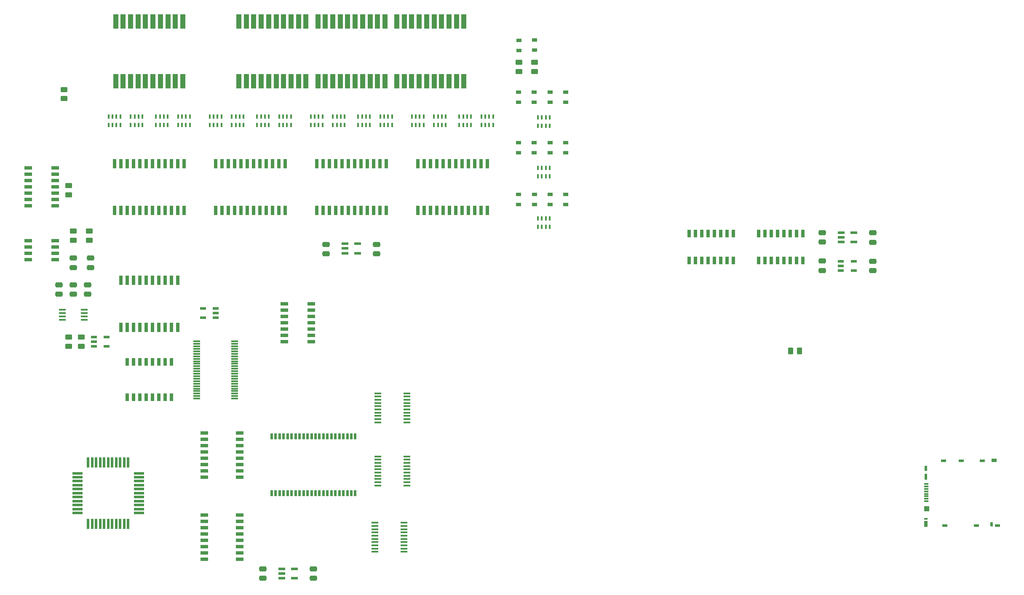
<source format=gbr>
%TF.GenerationSoftware,KiCad,Pcbnew,(6.0.5)*%
%TF.CreationDate,2023-06-11T10:01:27+02:00*%
%TF.ProjectId,Pico Debugger,5069636f-2044-4656-9275-676765722e6b,rev?*%
%TF.SameCoordinates,Original*%
%TF.FileFunction,Paste,Top*%
%TF.FilePolarity,Positive*%
%FSLAX46Y46*%
G04 Gerber Fmt 4.6, Leading zero omitted, Abs format (unit mm)*
G04 Created by KiCad (PCBNEW (6.0.5)) date 2023-06-11 10:01:27*
%MOMM*%
%LPD*%
G01*
G04 APERTURE LIST*
G04 Aperture macros list*
%AMRoundRect*
0 Rectangle with rounded corners*
0 $1 Rounding radius*
0 $2 $3 $4 $5 $6 $7 $8 $9 X,Y pos of 4 corners*
0 Add a 4 corners polygon primitive as box body*
4,1,4,$2,$3,$4,$5,$6,$7,$8,$9,$2,$3,0*
0 Add four circle primitives for the rounded corners*
1,1,$1+$1,$2,$3*
1,1,$1+$1,$4,$5*
1,1,$1+$1,$6,$7*
1,1,$1+$1,$8,$9*
0 Add four rect primitives between the rounded corners*
20,1,$1+$1,$2,$3,$4,$5,0*
20,1,$1+$1,$4,$5,$6,$7,0*
20,1,$1+$1,$6,$7,$8,$9,0*
20,1,$1+$1,$8,$9,$2,$3,0*%
G04 Aperture macros list end*
%ADD10R,0.425000X0.900000*%
%ADD11R,1.425000X0.300000*%
%ADD12R,0.650000X1.950000*%
%ADD13R,1.000000X0.800000*%
%ADD14R,1.000000X3.000000*%
%ADD15R,1.550000X0.650000*%
%ADD16RoundRect,0.250000X-0.475000X0.250000X-0.475000X-0.250000X0.475000X-0.250000X0.475000X0.250000X0*%
%ADD17RoundRect,0.250000X0.262500X0.450000X-0.262500X0.450000X-0.262500X-0.450000X0.262500X-0.450000X0*%
%ADD18R,1.400000X0.600000*%
%ADD19RoundRect,0.250000X-0.450000X0.262500X-0.450000X-0.262500X0.450000X-0.262500X0.450000X0.262500X0*%
%ADD20R,1.250000X0.600000*%
%ADD21R,0.650000X1.550000*%
%ADD22RoundRect,0.250000X0.450000X-0.262500X0.450000X0.262500X-0.450000X0.262500X-0.450000X-0.262500X0*%
%ADD23R,0.650000X1.925000*%
%ADD24R,1.150000X0.600000*%
%ADD25RoundRect,0.250000X0.475000X-0.250000X0.475000X0.250000X-0.475000X0.250000X-0.475000X-0.250000X0*%
%ADD26RoundRect,0.137500X0.912500X-0.137500X0.912500X0.137500X-0.912500X0.137500X-0.912500X-0.137500X0*%
%ADD27RoundRect,0.137500X0.137500X-0.912500X0.137500X0.912500X-0.137500X0.912500X-0.137500X-0.912500X0*%
%ADD28R,1.475000X0.450000*%
%ADD29R,1.425000X0.450000*%
%ADD30R,0.850000X0.300000*%
%ADD31R,1.000000X1.000000*%
%ADD32R,0.650000X0.450000*%
%ADD33R,0.650000X1.150000*%
%ADD34R,1.000000X0.500000*%
%ADD35R,0.500000X0.850000*%
%ADD36R,1.000000X0.700000*%
%ADD37R,0.600000X1.000000*%
%ADD38R,0.600000X1.200000*%
%ADD39R,0.600000X1.295000*%
G04 APERTURE END LIST*
D10*
%TO.C,RN4*%
X61665000Y-68160000D03*
X62465000Y-68160000D03*
X63265000Y-68160000D03*
X64065000Y-68160000D03*
X64065000Y-66460000D03*
X63265000Y-66460000D03*
X62465000Y-66460000D03*
X61665000Y-66460000D03*
%TD*%
D11*
%TO.C,IC5*%
X79373000Y-111725000D03*
X79373000Y-112225000D03*
X79373000Y-112725000D03*
X79373000Y-113225000D03*
X79373000Y-113725000D03*
X79373000Y-114225000D03*
X79373000Y-114725000D03*
X79373000Y-115225000D03*
X79373000Y-115725000D03*
X79373000Y-116225000D03*
X79373000Y-116725000D03*
X79373000Y-117225000D03*
X79373000Y-117725000D03*
X79373000Y-118225000D03*
X79373000Y-118725000D03*
X79373000Y-119225000D03*
X79373000Y-119725000D03*
X79373000Y-120225000D03*
X79373000Y-120725000D03*
X79373000Y-121225000D03*
X79373000Y-121725000D03*
X79373000Y-122225000D03*
X79373000Y-122725000D03*
X79373000Y-123225000D03*
X86997000Y-123225000D03*
X86997000Y-122725000D03*
X86997000Y-122225000D03*
X86997000Y-121725000D03*
X86997000Y-121225000D03*
X86997000Y-120725000D03*
X86997000Y-120225000D03*
X86997000Y-119725000D03*
X86997000Y-119225000D03*
X86997000Y-118725000D03*
X86997000Y-118225000D03*
X86997000Y-117725000D03*
X86997000Y-117225000D03*
X86997000Y-116725000D03*
X86997000Y-116225000D03*
X86997000Y-115725000D03*
X86997000Y-115225000D03*
X86997000Y-114725000D03*
X86997000Y-114225000D03*
X86997000Y-113725000D03*
X86997000Y-113225000D03*
X86997000Y-112725000D03*
X86997000Y-112225000D03*
X86997000Y-111725000D03*
%TD*%
D12*
%TO.C,IC12*%
X64135000Y-108865000D03*
X65405000Y-108865000D03*
X66675000Y-108865000D03*
X67945000Y-108865000D03*
X69215000Y-108865000D03*
X70485000Y-108865000D03*
X71755000Y-108865000D03*
X73025000Y-108865000D03*
X74295000Y-108865000D03*
X75565000Y-108865000D03*
X75565000Y-99415000D03*
X74295000Y-99415000D03*
X73025000Y-99415000D03*
X71755000Y-99415000D03*
X70485000Y-99415000D03*
X69215000Y-99415000D03*
X67945000Y-99415000D03*
X66675000Y-99415000D03*
X65405000Y-99415000D03*
X64135000Y-99415000D03*
%TD*%
D13*
%TO.C,LED5*%
X147250000Y-71755000D03*
X147250000Y-73755000D03*
%TD*%
D10*
%TO.C,RN11*%
X114230000Y-66460000D03*
X113430000Y-66460000D03*
X112630000Y-66460000D03*
X111830000Y-66460000D03*
X111830000Y-68160000D03*
X112630000Y-68160000D03*
X113430000Y-68160000D03*
X114230000Y-68160000D03*
%TD*%
D13*
%TO.C,LED10*%
X150425000Y-61595000D03*
X150425000Y-63595000D03*
%TD*%
D14*
%TO.C,DS3*%
X103740000Y-59340000D03*
X105240000Y-59340000D03*
X106740000Y-59340000D03*
X108240000Y-59340000D03*
X109740000Y-59340000D03*
X111240000Y-59340000D03*
X112740000Y-59340000D03*
X114240000Y-59340000D03*
X115740000Y-59340000D03*
X117240000Y-59340000D03*
X117240000Y-47340000D03*
X115740000Y-47340000D03*
X114240000Y-47340000D03*
X112740000Y-47340000D03*
X111240000Y-47340000D03*
X109740000Y-47340000D03*
X108240000Y-47340000D03*
X106740000Y-47340000D03*
X105240000Y-47340000D03*
X103740000Y-47340000D03*
%TD*%
D10*
%TO.C,RN8*%
X102305000Y-68160000D03*
X103105000Y-68160000D03*
X103905000Y-68160000D03*
X104705000Y-68160000D03*
X104705000Y-66460000D03*
X103905000Y-66460000D03*
X103105000Y-66460000D03*
X102305000Y-66460000D03*
%TD*%
D13*
%TO.C,LED11*%
X153600000Y-61595000D03*
X153600000Y-63595000D03*
%TD*%
D15*
%TO.C,IC10*%
X45535000Y-91440000D03*
X45535000Y-92710000D03*
X45535000Y-93980000D03*
X45535000Y-95250000D03*
X50985000Y-95250000D03*
X50985000Y-93980000D03*
X50985000Y-92710000D03*
X50985000Y-91440000D03*
%TD*%
D16*
%TO.C,C4*%
X215265000Y-95586000D03*
X215265000Y-97486000D03*
%TD*%
D14*
%TO.C,DS2*%
X63100000Y-59340000D03*
X64600000Y-59340000D03*
X66100000Y-59340000D03*
X67600000Y-59340000D03*
X69100000Y-59340000D03*
X70600000Y-59340000D03*
X72100000Y-59340000D03*
X73600000Y-59340000D03*
X75100000Y-59340000D03*
X76600000Y-59340000D03*
X76600000Y-47340000D03*
X75100000Y-47340000D03*
X73600000Y-47340000D03*
X72100000Y-47340000D03*
X70600000Y-47340000D03*
X69100000Y-47340000D03*
X67600000Y-47340000D03*
X66100000Y-47340000D03*
X64600000Y-47340000D03*
X63100000Y-47340000D03*
%TD*%
D17*
%TO.C,R3*%
X200580000Y-113665000D03*
X198755000Y-113665000D03*
%TD*%
D15*
%TO.C,IC15*%
X45535000Y-76835000D03*
X45535000Y-78105000D03*
X45535000Y-79375000D03*
X45535000Y-80645000D03*
X45535000Y-81915000D03*
X45535000Y-83185000D03*
X45535000Y-84455000D03*
X50985000Y-84455000D03*
X50985000Y-83185000D03*
X50985000Y-81915000D03*
X50985000Y-80645000D03*
X50985000Y-79375000D03*
X50985000Y-78105000D03*
X50985000Y-76835000D03*
%TD*%
D18*
%TO.C,IC1*%
X208935000Y-89855000D03*
X208935000Y-90805000D03*
X208935000Y-91755000D03*
X211435000Y-91755000D03*
X211435000Y-89855000D03*
%TD*%
D15*
%TO.C,RN2*%
X80907000Y-130175000D03*
X80907000Y-131445000D03*
X80907000Y-132715000D03*
X80907000Y-133985000D03*
X80907000Y-135255000D03*
X80907000Y-136525000D03*
X80907000Y-137795000D03*
X80907000Y-139065000D03*
X88003000Y-139065000D03*
X88003000Y-137795000D03*
X88003000Y-136525000D03*
X88003000Y-135255000D03*
X88003000Y-133985000D03*
X88003000Y-132715000D03*
X88003000Y-131445000D03*
X88003000Y-130175000D03*
%TD*%
D18*
%TO.C,IC22*%
X96540000Y-157482500D03*
X96540000Y-158432500D03*
X96540000Y-159382500D03*
X99040000Y-159382500D03*
X99040000Y-157482500D03*
%TD*%
D19*
%TO.C,R5*%
X54620000Y-89535000D03*
X54620000Y-91360000D03*
%TD*%
D13*
%TO.C,LED9*%
X147250000Y-61595000D03*
X147250000Y-63595000D03*
%TD*%
D16*
%TO.C,C7*%
X54610000Y-94951000D03*
X54610000Y-96851000D03*
%TD*%
D20*
%TO.C,IC11*%
X83165000Y-106995000D03*
X83165000Y-106045000D03*
X83165000Y-105095000D03*
X80665000Y-105095000D03*
X80665000Y-106995000D03*
%TD*%
D21*
%TO.C,RN1*%
X74295000Y-115832000D03*
X73025000Y-115832000D03*
X71755000Y-115832000D03*
X70485000Y-115832000D03*
X69215000Y-115832000D03*
X67945000Y-115832000D03*
X66675000Y-115832000D03*
X65405000Y-115832000D03*
X65405000Y-122928000D03*
X66675000Y-122928000D03*
X67945000Y-122928000D03*
X69215000Y-122928000D03*
X70485000Y-122928000D03*
X71755000Y-122928000D03*
X73025000Y-122928000D03*
X74295000Y-122928000D03*
%TD*%
D22*
%TO.C,R2*%
X52695000Y-62865000D03*
X52695000Y-61040000D03*
%TD*%
D13*
%TO.C,LED13*%
X147320000Y-82185000D03*
X147320000Y-84185000D03*
%TD*%
D10*
%TO.C,RN10*%
X118675000Y-66460000D03*
X117875000Y-66460000D03*
X117075000Y-66460000D03*
X116275000Y-66460000D03*
X116275000Y-68160000D03*
X117075000Y-68160000D03*
X117875000Y-68160000D03*
X118675000Y-68160000D03*
%TD*%
%TO.C,RN22*%
X147955000Y-88695000D03*
X148755000Y-88695000D03*
X149555000Y-88695000D03*
X150355000Y-88695000D03*
X150355000Y-86995000D03*
X149555000Y-86995000D03*
X148755000Y-86995000D03*
X147955000Y-86995000D03*
%TD*%
D13*
%TO.C,LED3*%
X147320000Y-51070000D03*
X147320000Y-53070000D03*
%TD*%
%TO.C,LED2*%
X144145000Y-51163000D03*
X144145000Y-53163000D03*
%TD*%
D16*
%TO.C,C8*%
X58102500Y-94951000D03*
X58102500Y-96851000D03*
%TD*%
D22*
%TO.C,R7*%
X144135000Y-57427500D03*
X144135000Y-55602500D03*
%TD*%
D16*
%TO.C,C46*%
X115570000Y-92214500D03*
X115570000Y-94114500D03*
%TD*%
D13*
%TO.C,LED4*%
X144075000Y-71755000D03*
X144075000Y-73755000D03*
%TD*%
D18*
%TO.C,IC23*%
X109240000Y-92077500D03*
X109240000Y-93027500D03*
X109240000Y-93977500D03*
X111740000Y-93977500D03*
X111740000Y-92077500D03*
%TD*%
D14*
%TO.C,DS5*%
X87865000Y-59340000D03*
X89365000Y-59340000D03*
X90865000Y-59340000D03*
X92365000Y-59340000D03*
X93865000Y-59340000D03*
X95365000Y-59340000D03*
X96865000Y-59340000D03*
X98365000Y-59340000D03*
X99865000Y-59340000D03*
X101365000Y-59340000D03*
X101365000Y-47340000D03*
X99865000Y-47340000D03*
X98365000Y-47340000D03*
X96865000Y-47340000D03*
X95365000Y-47340000D03*
X93865000Y-47340000D03*
X92365000Y-47340000D03*
X90865000Y-47340000D03*
X89365000Y-47340000D03*
X87865000Y-47340000D03*
%TD*%
D10*
%TO.C,RN20*%
X147955000Y-78535000D03*
X148755000Y-78535000D03*
X149555000Y-78535000D03*
X150355000Y-78535000D03*
X150355000Y-76835000D03*
X149555000Y-76835000D03*
X148755000Y-76835000D03*
X147955000Y-76835000D03*
%TD*%
D23*
%TO.C,IC21*%
X83185000Y-85357000D03*
X84455000Y-85357000D03*
X85725000Y-85357000D03*
X86995000Y-85357000D03*
X88265000Y-85357000D03*
X89535000Y-85357000D03*
X90805000Y-85357000D03*
X92075000Y-85357000D03*
X93345000Y-85357000D03*
X94615000Y-85357000D03*
X95885000Y-85357000D03*
X97155000Y-85357000D03*
X97155000Y-75933000D03*
X95885000Y-75933000D03*
X94615000Y-75933000D03*
X93345000Y-75933000D03*
X92075000Y-75933000D03*
X90805000Y-75933000D03*
X89535000Y-75933000D03*
X88265000Y-75933000D03*
X86995000Y-75933000D03*
X85725000Y-75933000D03*
X84455000Y-75933000D03*
X83185000Y-75933000D03*
%TD*%
D24*
%TO.C,IC2*%
X208885000Y-95570000D03*
X208885000Y-96520000D03*
X208885000Y-97470000D03*
X211485000Y-97470000D03*
X211485000Y-95570000D03*
%TD*%
D13*
%TO.C,LED6*%
X150425000Y-71755000D03*
X150425000Y-73755000D03*
%TD*%
D25*
%TO.C,C20*%
X54610000Y-102216500D03*
X54610000Y-100316500D03*
%TD*%
D21*
%TO.C,IC3*%
X192365000Y-95435000D03*
X193635000Y-95435000D03*
X194905000Y-95435000D03*
X196175000Y-95435000D03*
X197445000Y-95435000D03*
X198715000Y-95435000D03*
X199985000Y-95435000D03*
X201255000Y-95435000D03*
X201255000Y-89985000D03*
X199985000Y-89985000D03*
X198715000Y-89985000D03*
X197445000Y-89985000D03*
X196175000Y-89985000D03*
X194905000Y-89985000D03*
X193635000Y-89985000D03*
X192365000Y-89985000D03*
%TD*%
D23*
%TO.C,IC19*%
X103505000Y-85357000D03*
X104775000Y-85357000D03*
X106045000Y-85357000D03*
X107315000Y-85357000D03*
X108585000Y-85357000D03*
X109855000Y-85357000D03*
X111125000Y-85357000D03*
X112395000Y-85357000D03*
X113665000Y-85357000D03*
X114935000Y-85357000D03*
X116205000Y-85357000D03*
X117475000Y-85357000D03*
X117475000Y-75933000D03*
X116205000Y-75933000D03*
X114935000Y-75933000D03*
X113665000Y-75933000D03*
X112395000Y-75933000D03*
X111125000Y-75933000D03*
X109855000Y-75933000D03*
X108585000Y-75933000D03*
X107315000Y-75933000D03*
X106045000Y-75933000D03*
X104775000Y-75933000D03*
X103505000Y-75933000D03*
%TD*%
D22*
%TO.C,R4*%
X57775000Y-91360000D03*
X57775000Y-89535000D03*
%TD*%
D13*
%TO.C,LED12*%
X144075000Y-82185000D03*
X144075000Y-84185000D03*
%TD*%
D25*
%TO.C,C43*%
X92710000Y-159366500D03*
X92710000Y-157466500D03*
%TD*%
D19*
%TO.C,R12*%
X53667500Y-110847500D03*
X53667500Y-112672500D03*
%TD*%
D15*
%TO.C,RN3*%
X80907000Y-146685000D03*
X80907000Y-147955000D03*
X80907000Y-149225000D03*
X80907000Y-150495000D03*
X80907000Y-151765000D03*
X80907000Y-153035000D03*
X80907000Y-154305000D03*
X80907000Y-155575000D03*
X88003000Y-155575000D03*
X88003000Y-154305000D03*
X88003000Y-153035000D03*
X88003000Y-151765000D03*
X88003000Y-150495000D03*
X88003000Y-149225000D03*
X88003000Y-147955000D03*
X88003000Y-146685000D03*
%TD*%
D10*
%TO.C,RN9*%
X106750000Y-68160000D03*
X107550000Y-68160000D03*
X108350000Y-68160000D03*
X109150000Y-68160000D03*
X109150000Y-66460000D03*
X108350000Y-66460000D03*
X107550000Y-66460000D03*
X106750000Y-66460000D03*
%TD*%
%TO.C,RN18*%
X98355000Y-66460000D03*
X97555000Y-66460000D03*
X96755000Y-66460000D03*
X95955000Y-66460000D03*
X95955000Y-68160000D03*
X96755000Y-68160000D03*
X97555000Y-68160000D03*
X98355000Y-68160000D03*
%TD*%
D26*
%TO.C,IC7*%
X55395000Y-142240000D03*
X55395000Y-143040000D03*
X55395000Y-143840000D03*
X55395000Y-144640000D03*
X55395000Y-145440000D03*
X55395000Y-146240000D03*
D27*
X57595000Y-148440000D03*
X58395000Y-148440000D03*
X59195000Y-148440000D03*
X59995000Y-148440000D03*
X60795000Y-148440000D03*
X61595000Y-148440000D03*
X62395000Y-148440000D03*
X63195000Y-148440000D03*
X63995000Y-148440000D03*
X64795000Y-148440000D03*
X65595000Y-148440000D03*
D26*
X67795000Y-146240000D03*
X67795000Y-145440000D03*
X67795000Y-144640000D03*
X67795000Y-143840000D03*
X67795000Y-143040000D03*
X67795000Y-142240000D03*
X67795000Y-141440000D03*
X67795000Y-140640000D03*
X67795000Y-139840000D03*
X67795000Y-139040000D03*
X67795000Y-138240000D03*
D27*
X65595000Y-136040000D03*
X64795000Y-136040000D03*
X63995000Y-136040000D03*
X63195000Y-136040000D03*
X62395000Y-136040000D03*
X61595000Y-136040000D03*
X60795000Y-136040000D03*
X59995000Y-136040000D03*
X59195000Y-136040000D03*
X58395000Y-136040000D03*
X57595000Y-136040000D03*
D26*
X55395000Y-138240000D03*
X55395000Y-139040000D03*
X55395000Y-139840000D03*
X55395000Y-140640000D03*
X55395000Y-141440000D03*
%TD*%
D22*
%TO.C,R1*%
X53647500Y-82192500D03*
X53647500Y-80367500D03*
%TD*%
%TO.C,R8*%
X147310000Y-57427500D03*
X147310000Y-55602500D03*
%TD*%
D10*
%TO.C,RN16*%
X81985000Y-68160000D03*
X82785000Y-68160000D03*
X83585000Y-68160000D03*
X84385000Y-68160000D03*
X84385000Y-66460000D03*
X83585000Y-66460000D03*
X82785000Y-66460000D03*
X81985000Y-66460000D03*
%TD*%
%TO.C,RN21*%
X147955000Y-68375000D03*
X148755000Y-68375000D03*
X149555000Y-68375000D03*
X150355000Y-68375000D03*
X150355000Y-66675000D03*
X149555000Y-66675000D03*
X148755000Y-66675000D03*
X147955000Y-66675000D03*
%TD*%
D28*
%TO.C,IC9*%
X121683000Y-128020000D03*
X121683000Y-127370000D03*
X121683000Y-126720000D03*
X121683000Y-126070000D03*
X121683000Y-125420000D03*
X121683000Y-124770000D03*
X121683000Y-124120000D03*
X121683000Y-123470000D03*
X121683000Y-122820000D03*
X121683000Y-122170000D03*
X115807000Y-122170000D03*
X115807000Y-122820000D03*
X115807000Y-123470000D03*
X115807000Y-124120000D03*
X115807000Y-124770000D03*
X115807000Y-125420000D03*
X115807000Y-126070000D03*
X115807000Y-126720000D03*
X115807000Y-127370000D03*
X115807000Y-128020000D03*
%TD*%
D10*
%TO.C,RN15*%
X134550000Y-66460000D03*
X133750000Y-66460000D03*
X132950000Y-66460000D03*
X132150000Y-66460000D03*
X132150000Y-68160000D03*
X132950000Y-68160000D03*
X133750000Y-68160000D03*
X134550000Y-68160000D03*
%TD*%
D29*
%TO.C,IC16*%
X52398000Y-105387500D03*
X52398000Y-106037500D03*
X52398000Y-106687500D03*
X52398000Y-107337500D03*
X56822000Y-107337500D03*
X56822000Y-106687500D03*
X56822000Y-106037500D03*
X56822000Y-105387500D03*
%TD*%
D25*
%TO.C,C44*%
X105410000Y-94082500D03*
X105410000Y-92182500D03*
%TD*%
%TO.C,C41*%
X51752500Y-102216500D03*
X51752500Y-100316500D03*
%TD*%
D10*
%TO.C,RN13*%
X127070000Y-68160000D03*
X127870000Y-68160000D03*
X128670000Y-68160000D03*
X129470000Y-68160000D03*
X129470000Y-66460000D03*
X128670000Y-66460000D03*
X127870000Y-66460000D03*
X127070000Y-66460000D03*
%TD*%
%TO.C,RN17*%
X86430000Y-68160000D03*
X87230000Y-68160000D03*
X88030000Y-68160000D03*
X88830000Y-68160000D03*
X88830000Y-66460000D03*
X88030000Y-66460000D03*
X87230000Y-66460000D03*
X86430000Y-66460000D03*
%TD*%
D28*
%TO.C,IC8*%
X121048000Y-154055000D03*
X121048000Y-153405000D03*
X121048000Y-152755000D03*
X121048000Y-152105000D03*
X121048000Y-151455000D03*
X121048000Y-150805000D03*
X121048000Y-150155000D03*
X121048000Y-149505000D03*
X121048000Y-148855000D03*
X121048000Y-148205000D03*
X115172000Y-148205000D03*
X115172000Y-148855000D03*
X115172000Y-149505000D03*
X115172000Y-150155000D03*
X115172000Y-150805000D03*
X115172000Y-151455000D03*
X115172000Y-152105000D03*
X115172000Y-152755000D03*
X115172000Y-153405000D03*
X115172000Y-154055000D03*
%TD*%
D10*
%TO.C,RN19*%
X93910000Y-66460000D03*
X93110000Y-66460000D03*
X92310000Y-66460000D03*
X91510000Y-66460000D03*
X91510000Y-68160000D03*
X92310000Y-68160000D03*
X93110000Y-68160000D03*
X93910000Y-68160000D03*
%TD*%
D20*
%TO.C,IC17*%
X58757500Y-110810000D03*
X58757500Y-111760000D03*
X58757500Y-112710000D03*
X61257500Y-112710000D03*
X61257500Y-110810000D03*
%TD*%
D13*
%TO.C,LED15*%
X153600000Y-82185000D03*
X153600000Y-84185000D03*
%TD*%
%TO.C,LED7*%
X153600000Y-71755000D03*
X153600000Y-73755000D03*
%TD*%
%TO.C,LED8*%
X144075000Y-61595000D03*
X144075000Y-63595000D03*
%TD*%
D10*
%TO.C,RN12*%
X122625000Y-68160000D03*
X123425000Y-68160000D03*
X124225000Y-68160000D03*
X125025000Y-68160000D03*
X125025000Y-66460000D03*
X124225000Y-66460000D03*
X123425000Y-66460000D03*
X122625000Y-66460000D03*
%TD*%
%TO.C,RN5*%
X66115000Y-68160000D03*
X66915000Y-68160000D03*
X67715000Y-68160000D03*
X68515000Y-68160000D03*
X68515000Y-66460000D03*
X67715000Y-66460000D03*
X66915000Y-66460000D03*
X66115000Y-66460000D03*
%TD*%
%TO.C,RN14*%
X138995000Y-66460000D03*
X138195000Y-66460000D03*
X137395000Y-66460000D03*
X136595000Y-66460000D03*
X136595000Y-68160000D03*
X137395000Y-68160000D03*
X138195000Y-68160000D03*
X138995000Y-68160000D03*
%TD*%
D16*
%TO.C,C45*%
X102870000Y-157498500D03*
X102870000Y-159398500D03*
%TD*%
D15*
%TO.C,IC13*%
X96970000Y-104140000D03*
X96970000Y-105410000D03*
X96970000Y-106680000D03*
X96970000Y-107950000D03*
X96970000Y-109220000D03*
X96970000Y-110490000D03*
X96970000Y-111760000D03*
X102420000Y-111760000D03*
X102420000Y-110490000D03*
X102420000Y-109220000D03*
X102420000Y-107950000D03*
X102420000Y-106680000D03*
X102420000Y-105410000D03*
X102420000Y-104140000D03*
%TD*%
D23*
%TO.C,IC20*%
X123825000Y-85357000D03*
X125095000Y-85357000D03*
X126365000Y-85357000D03*
X127635000Y-85357000D03*
X128905000Y-85357000D03*
X130175000Y-85357000D03*
X131445000Y-85357000D03*
X132715000Y-85357000D03*
X133985000Y-85357000D03*
X135255000Y-85357000D03*
X136525000Y-85357000D03*
X137795000Y-85357000D03*
X137795000Y-75933000D03*
X136525000Y-75933000D03*
X135255000Y-75933000D03*
X133985000Y-75933000D03*
X132715000Y-75933000D03*
X131445000Y-75933000D03*
X130175000Y-75933000D03*
X128905000Y-75933000D03*
X127635000Y-75933000D03*
X126365000Y-75933000D03*
X125095000Y-75933000D03*
X123825000Y-75933000D03*
%TD*%
D10*
%TO.C,RN6*%
X73590000Y-66460000D03*
X72790000Y-66460000D03*
X71990000Y-66460000D03*
X71190000Y-66460000D03*
X71190000Y-68160000D03*
X71990000Y-68160000D03*
X72790000Y-68160000D03*
X73590000Y-68160000D03*
%TD*%
D23*
%TO.C,IC18*%
X62865000Y-85357000D03*
X64135000Y-85357000D03*
X65405000Y-85357000D03*
X66675000Y-85357000D03*
X67945000Y-85357000D03*
X69215000Y-85357000D03*
X70485000Y-85357000D03*
X71755000Y-85357000D03*
X73025000Y-85357000D03*
X74295000Y-85357000D03*
X75565000Y-85357000D03*
X76835000Y-85357000D03*
X76835000Y-75933000D03*
X75565000Y-75933000D03*
X74295000Y-75933000D03*
X73025000Y-75933000D03*
X71755000Y-75933000D03*
X70485000Y-75933000D03*
X69215000Y-75933000D03*
X67945000Y-75933000D03*
X66675000Y-75933000D03*
X65405000Y-75933000D03*
X64135000Y-75933000D03*
X62865000Y-75933000D03*
%TD*%
D13*
%TO.C,LED14*%
X150425000Y-82185000D03*
X150425000Y-84185000D03*
%TD*%
D25*
%TO.C,C2*%
X205105000Y-97454000D03*
X205105000Y-95554000D03*
%TD*%
D28*
%TO.C,IC6*%
X121683000Y-140720000D03*
X121683000Y-140070000D03*
X121683000Y-139420000D03*
X121683000Y-138770000D03*
X121683000Y-138120000D03*
X121683000Y-137470000D03*
X121683000Y-136820000D03*
X121683000Y-136170000D03*
X121683000Y-135520000D03*
X121683000Y-134870000D03*
X115807000Y-134870000D03*
X115807000Y-135520000D03*
X115807000Y-136170000D03*
X115807000Y-136820000D03*
X115807000Y-137470000D03*
X115807000Y-138120000D03*
X115807000Y-138770000D03*
X115807000Y-139420000D03*
X115807000Y-140070000D03*
X115807000Y-140720000D03*
%TD*%
D10*
%TO.C,RN7*%
X78035000Y-66460000D03*
X77235000Y-66460000D03*
X76435000Y-66460000D03*
X75635000Y-66460000D03*
X75635000Y-68160000D03*
X76435000Y-68160000D03*
X77235000Y-68160000D03*
X78035000Y-68160000D03*
%TD*%
D16*
%TO.C,C3*%
X215265000Y-89871000D03*
X215265000Y-91771000D03*
%TD*%
D25*
%TO.C,C1*%
X205105000Y-91739000D03*
X205105000Y-89839000D03*
%TD*%
D21*
%TO.C,IC4*%
X178395000Y-95435000D03*
X179665000Y-95435000D03*
X180935000Y-95435000D03*
X182205000Y-95435000D03*
X183475000Y-95435000D03*
X184745000Y-95435000D03*
X186015000Y-95435000D03*
X187285000Y-95435000D03*
X187285000Y-89985000D03*
X186015000Y-89985000D03*
X184745000Y-89985000D03*
X183475000Y-89985000D03*
X182205000Y-89985000D03*
X180935000Y-89985000D03*
X179665000Y-89985000D03*
X178395000Y-89985000D03*
%TD*%
D30*
%TO.C,J3*%
X226055000Y-143890000D03*
X226055000Y-143390000D03*
X226055000Y-142890000D03*
X226055000Y-142390000D03*
X226055000Y-141890000D03*
X226055000Y-141390000D03*
X226055000Y-140890000D03*
X226055000Y-140390000D03*
D31*
X226130000Y-145390000D03*
D32*
X225955000Y-147415000D03*
D33*
X225955000Y-148415000D03*
D34*
X229730000Y-148740000D03*
X236130000Y-148740000D03*
D35*
X239180000Y-148565000D03*
D34*
X240330000Y-148740000D03*
D36*
X239630000Y-135640000D03*
D34*
X237330000Y-135740000D03*
X233030000Y-135740000D03*
X229530000Y-135740000D03*
D37*
X225930000Y-137240000D03*
D38*
X225930000Y-138990000D03*
%TD*%
D14*
%TO.C,DS4*%
X119615000Y-59340000D03*
X121115000Y-59340000D03*
X122615000Y-59340000D03*
X124115000Y-59340000D03*
X125615000Y-59340000D03*
X127115000Y-59340000D03*
X128615000Y-59340000D03*
X130115000Y-59340000D03*
X131615000Y-59340000D03*
X133115000Y-59340000D03*
X133115000Y-47340000D03*
X131615000Y-47340000D03*
X130115000Y-47340000D03*
X128615000Y-47340000D03*
X127115000Y-47340000D03*
X125615000Y-47340000D03*
X124115000Y-47340000D03*
X122615000Y-47340000D03*
X121115000Y-47340000D03*
X119615000Y-47340000D03*
%TD*%
D25*
%TO.C,C9*%
X57467500Y-102216500D03*
X57467500Y-100316500D03*
%TD*%
D19*
%TO.C,R6*%
X56207500Y-110847500D03*
X56207500Y-112672500D03*
%TD*%
D39*
%TO.C,IC14*%
X94470000Y-142253000D03*
X95270000Y-142253000D03*
X96070000Y-142253000D03*
X96870000Y-142253000D03*
X97670000Y-142253000D03*
X98470000Y-142253000D03*
X99270000Y-142253000D03*
X100070000Y-142253000D03*
X100870000Y-142253000D03*
X101670000Y-142253000D03*
X102470000Y-142253000D03*
X103270000Y-142253000D03*
X104070000Y-142253000D03*
X104870000Y-142253000D03*
X105670000Y-142253000D03*
X106470000Y-142253000D03*
X107270000Y-142253000D03*
X108070000Y-142253000D03*
X108870000Y-142253000D03*
X109670000Y-142253000D03*
X110470000Y-142253000D03*
X111270000Y-142253000D03*
X111270000Y-130797000D03*
X110470000Y-130797000D03*
X109670000Y-130797000D03*
X108870000Y-130797000D03*
X108070000Y-130797000D03*
X107270000Y-130797000D03*
X106470000Y-130797000D03*
X105670000Y-130797000D03*
X104870000Y-130797000D03*
X104070000Y-130797000D03*
X103270000Y-130797000D03*
X102470000Y-130797000D03*
X101670000Y-130797000D03*
X100870000Y-130797000D03*
X100070000Y-130797000D03*
X99270000Y-130797000D03*
X98470000Y-130797000D03*
X97670000Y-130797000D03*
X96870000Y-130797000D03*
X96070000Y-130797000D03*
X95270000Y-130797000D03*
X94470000Y-130797000D03*
%TD*%
M02*

</source>
